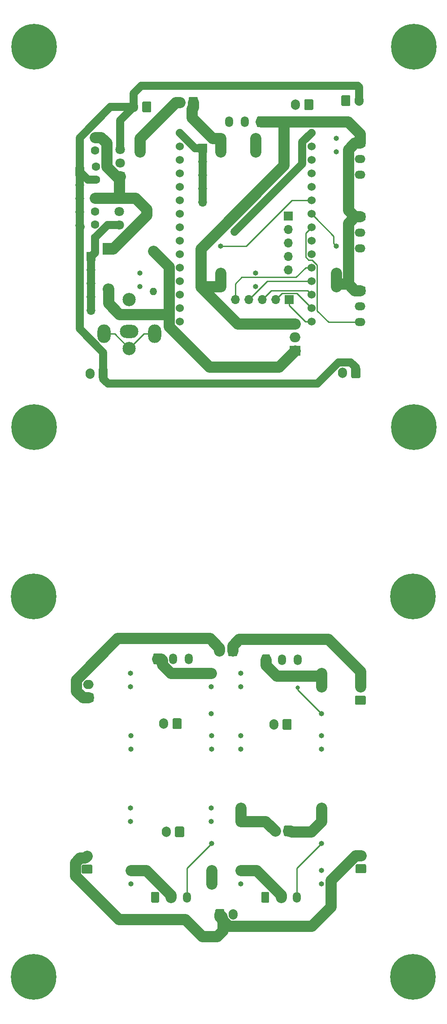
<source format=gbr>
G04 #@! TF.GenerationSoftware,KiCad,Pcbnew,5.1.5+dfsg1-2build2*
G04 #@! TF.CreationDate,2021-01-06T19:09:04+01:00*
G04 #@! TF.ProjectId,ariadne-v3-backup,61726961-646e-4652-9d76-332d6261636b,rev?*
G04 #@! TF.SameCoordinates,Original*
G04 #@! TF.FileFunction,Copper,L1,Top*
G04 #@! TF.FilePolarity,Positive*
%FSLAX46Y46*%
G04 Gerber Fmt 4.6, Leading zero omitted, Abs format (unit mm)*
G04 Created by KiCad (PCBNEW 5.1.5+dfsg1-2build2) date 2021-01-06 19:09:04*
%MOMM*%
%LPD*%
G04 APERTURE LIST*
%ADD10C,0.100000*%
%ADD11O,1.700000X2.000000*%
%ADD12O,1.500000X2.020000*%
%ADD13O,1.000000X1.000000*%
%ADD14C,1.600000*%
%ADD15C,8.600000*%
%ADD16C,0.900000*%
%ADD17O,3.500000X2.500000*%
%ADD18O,2.500000X3.500000*%
%ADD19C,2.500000*%
%ADD20R,2.200000X2.200000*%
%ADD21O,2.200000X2.200000*%
%ADD22R,1.700000X1.700000*%
%ADD23O,1.700000X1.700000*%
%ADD24R,2.000000X1.905000*%
%ADD25O,2.000000X1.905000*%
%ADD26C,1.400000*%
%ADD27O,1.400000X1.400000*%
%ADD28R,1.800000X1.800000*%
%ADD29C,1.800000*%
%ADD30C,1.524000*%
%ADD31O,2.020000X1.500000*%
%ADD32O,2.000000X1.700000*%
%ADD33C,0.800000*%
%ADD34C,2.100000*%
%ADD35C,0.250000*%
%ADD36C,1.500000*%
G04 APERTURE END LIST*
G04 #@! TA.AperFunction,ComponentPad*
D10*
G36*
X34124504Y-153171204D02*
G01*
X34148773Y-153174804D01*
X34172571Y-153180765D01*
X34195671Y-153189030D01*
X34217849Y-153199520D01*
X34238893Y-153212133D01*
X34258598Y-153226747D01*
X34276777Y-153243223D01*
X34293253Y-153261402D01*
X34307867Y-153281107D01*
X34320480Y-153302151D01*
X34330970Y-153324329D01*
X34339235Y-153347429D01*
X34345196Y-153371227D01*
X34348796Y-153395496D01*
X34350000Y-153420000D01*
X34350000Y-154920000D01*
X34348796Y-154944504D01*
X34345196Y-154968773D01*
X34339235Y-154992571D01*
X34330970Y-155015671D01*
X34320480Y-155037849D01*
X34307867Y-155058893D01*
X34293253Y-155078598D01*
X34276777Y-155096777D01*
X34258598Y-155113253D01*
X34238893Y-155127867D01*
X34217849Y-155140480D01*
X34195671Y-155150970D01*
X34172571Y-155159235D01*
X34148773Y-155165196D01*
X34124504Y-155168796D01*
X34100000Y-155170000D01*
X32900000Y-155170000D01*
X32875496Y-155168796D01*
X32851227Y-155165196D01*
X32827429Y-155159235D01*
X32804329Y-155150970D01*
X32782151Y-155140480D01*
X32761107Y-155127867D01*
X32741402Y-155113253D01*
X32723223Y-155096777D01*
X32706747Y-155078598D01*
X32692133Y-155058893D01*
X32679520Y-155037849D01*
X32669030Y-155015671D01*
X32660765Y-154992571D01*
X32654804Y-154968773D01*
X32651204Y-154944504D01*
X32650000Y-154920000D01*
X32650000Y-153420000D01*
X32651204Y-153395496D01*
X32654804Y-153371227D01*
X32660765Y-153347429D01*
X32669030Y-153324329D01*
X32679520Y-153302151D01*
X32692133Y-153281107D01*
X32706747Y-153261402D01*
X32723223Y-153243223D01*
X32741402Y-153226747D01*
X32761107Y-153212133D01*
X32782151Y-153199520D01*
X32804329Y-153189030D01*
X32827429Y-153180765D01*
X32851227Y-153174804D01*
X32875496Y-153171204D01*
X32900000Y-153170000D01*
X34100000Y-153170000D01*
X34124504Y-153171204D01*
G37*
G04 #@! TD.AperFunction*
D11*
X31000000Y-154170000D03*
G04 #@! TA.AperFunction,ComponentPad*
D10*
G36*
X50199504Y-165491204D02*
G01*
X50223773Y-165494804D01*
X50247571Y-165500765D01*
X50270671Y-165509030D01*
X50292849Y-165519520D01*
X50313893Y-165532133D01*
X50333598Y-165546747D01*
X50351777Y-165563223D01*
X50368253Y-165581402D01*
X50382867Y-165601107D01*
X50395480Y-165622151D01*
X50405970Y-165644329D01*
X50414235Y-165667429D01*
X50420196Y-165691227D01*
X50423796Y-165715496D01*
X50425000Y-165740000D01*
X50425000Y-167260000D01*
X50423796Y-167284504D01*
X50420196Y-167308773D01*
X50414235Y-167332571D01*
X50405970Y-167355671D01*
X50395480Y-167377849D01*
X50382867Y-167398893D01*
X50368253Y-167418598D01*
X50351777Y-167436777D01*
X50333598Y-167453253D01*
X50313893Y-167467867D01*
X50292849Y-167480480D01*
X50270671Y-167490970D01*
X50247571Y-167499235D01*
X50223773Y-167505196D01*
X50199504Y-167508796D01*
X50175000Y-167510000D01*
X49175000Y-167510000D01*
X49150496Y-167508796D01*
X49126227Y-167505196D01*
X49102429Y-167499235D01*
X49079329Y-167490970D01*
X49057151Y-167480480D01*
X49036107Y-167467867D01*
X49016402Y-167453253D01*
X48998223Y-167436777D01*
X48981747Y-167418598D01*
X48967133Y-167398893D01*
X48954520Y-167377849D01*
X48944030Y-167355671D01*
X48935765Y-167332571D01*
X48929804Y-167308773D01*
X48926204Y-167284504D01*
X48925000Y-167260000D01*
X48925000Y-165740000D01*
X48926204Y-165715496D01*
X48929804Y-165691227D01*
X48935765Y-165667429D01*
X48944030Y-165644329D01*
X48954520Y-165622151D01*
X48967133Y-165601107D01*
X48981747Y-165581402D01*
X48998223Y-165563223D01*
X49016402Y-165546747D01*
X49036107Y-165532133D01*
X49057151Y-165519520D01*
X49079329Y-165509030D01*
X49102429Y-165500765D01*
X49126227Y-165494804D01*
X49150496Y-165491204D01*
X49175000Y-165490000D01*
X50175000Y-165490000D01*
X50199504Y-165491204D01*
G37*
G04 #@! TD.AperFunction*
D12*
X52675000Y-166500000D03*
X55675000Y-166500000D03*
X55825000Y-121700000D03*
X52825000Y-121700000D03*
G04 #@! TA.AperFunction,ComponentPad*
D10*
G36*
X50349504Y-120691204D02*
G01*
X50373773Y-120694804D01*
X50397571Y-120700765D01*
X50420671Y-120709030D01*
X50442849Y-120719520D01*
X50463893Y-120732133D01*
X50483598Y-120746747D01*
X50501777Y-120763223D01*
X50518253Y-120781402D01*
X50532867Y-120801107D01*
X50545480Y-120822151D01*
X50555970Y-120844329D01*
X50564235Y-120867429D01*
X50570196Y-120891227D01*
X50573796Y-120915496D01*
X50575000Y-120940000D01*
X50575000Y-122460000D01*
X50573796Y-122484504D01*
X50570196Y-122508773D01*
X50564235Y-122532571D01*
X50555970Y-122555671D01*
X50545480Y-122577849D01*
X50532867Y-122598893D01*
X50518253Y-122618598D01*
X50501777Y-122636777D01*
X50483598Y-122653253D01*
X50463893Y-122667867D01*
X50442849Y-122680480D01*
X50420671Y-122690970D01*
X50397571Y-122699235D01*
X50373773Y-122705196D01*
X50349504Y-122708796D01*
X50325000Y-122710000D01*
X49325000Y-122710000D01*
X49300496Y-122708796D01*
X49276227Y-122705196D01*
X49252429Y-122699235D01*
X49229329Y-122690970D01*
X49207151Y-122680480D01*
X49186107Y-122667867D01*
X49166402Y-122653253D01*
X49148223Y-122636777D01*
X49131747Y-122618598D01*
X49117133Y-122598893D01*
X49104520Y-122577849D01*
X49094030Y-122555671D01*
X49085765Y-122532571D01*
X49079804Y-122508773D01*
X49076204Y-122484504D01*
X49075000Y-122460000D01*
X49075000Y-120940000D01*
X49076204Y-120915496D01*
X49079804Y-120891227D01*
X49085765Y-120867429D01*
X49094030Y-120844329D01*
X49104520Y-120822151D01*
X49117133Y-120801107D01*
X49131747Y-120781402D01*
X49148223Y-120763223D01*
X49166402Y-120746747D01*
X49186107Y-120732133D01*
X49207151Y-120719520D01*
X49229329Y-120709030D01*
X49252429Y-120700765D01*
X49276227Y-120694804D01*
X49300496Y-120691204D01*
X49325000Y-120690000D01*
X50325000Y-120690000D01*
X50349504Y-120691204D01*
G37*
G04 #@! TD.AperFunction*
D13*
X24255000Y-152190000D03*
X24255000Y-149650000D03*
X24255000Y-126790000D03*
X24255000Y-124250000D03*
X39495000Y-131870000D03*
X39495000Y-124250000D03*
X39495000Y-126790000D03*
X39495000Y-149650000D03*
X39495000Y-152190000D03*
D14*
X17550000Y-25725000D03*
X17550000Y-23225000D03*
X17575000Y-37225000D03*
X17575000Y-34725000D03*
X17700000Y-28750000D03*
X17700000Y-31250000D03*
X17525000Y-39650000D03*
X17525000Y-42150000D03*
D13*
X26030000Y-23410000D03*
X26030000Y-25950000D03*
X26030000Y-48810000D03*
X26030000Y-51350000D03*
X41270000Y-43730000D03*
X41270000Y-51350000D03*
X41270000Y-48810000D03*
X41270000Y-25950000D03*
X41270000Y-23410000D03*
X47855000Y-23410000D03*
X47855000Y-25950000D03*
X47855000Y-48810000D03*
X47855000Y-51350000D03*
X63095000Y-43730000D03*
X63095000Y-51350000D03*
X63095000Y-48810000D03*
X63095000Y-25950000D03*
X63095000Y-23410000D03*
X45055000Y-136060000D03*
X45055000Y-138600000D03*
X45055000Y-161460000D03*
X45055000Y-164000000D03*
X60295000Y-156380000D03*
X60295000Y-164000000D03*
X60295000Y-161460000D03*
X60295000Y-138600000D03*
X60295000Y-136060000D03*
X45055000Y-152190000D03*
X45055000Y-149650000D03*
X45055000Y-126790000D03*
X45055000Y-124250000D03*
X60295000Y-131870000D03*
X60295000Y-124250000D03*
X60295000Y-126790000D03*
X60295000Y-149650000D03*
X60295000Y-152190000D03*
X24305000Y-136060000D03*
X24305000Y-138600000D03*
X24305000Y-161460000D03*
X24305000Y-164000000D03*
X39545000Y-156380000D03*
X39545000Y-164000000D03*
X39545000Y-161460000D03*
X39545000Y-138600000D03*
X39545000Y-136060000D03*
D15*
X5900000Y-109800000D03*
D16*
X9125000Y-109800000D03*
X8180419Y-112080419D03*
X5900000Y-113025000D03*
X3619581Y-112080419D03*
X2675000Y-109800000D03*
X3619581Y-107519581D03*
X5900000Y-106575000D03*
X8180419Y-107519581D03*
X79880419Y-107519581D03*
X77600000Y-106575000D03*
X75319581Y-107519581D03*
X74375000Y-109800000D03*
X75319581Y-112080419D03*
X77600000Y-113025000D03*
X79880419Y-112080419D03*
X80825000Y-109800000D03*
D15*
X77600000Y-109800000D03*
D16*
X79880419Y-179219581D03*
X77600000Y-178275000D03*
X75319581Y-179219581D03*
X74375000Y-181500000D03*
X75319581Y-183780419D03*
X77600000Y-184725000D03*
X79880419Y-183780419D03*
X80825000Y-181500000D03*
D15*
X77600000Y-181500000D03*
D16*
X8180419Y-179219581D03*
X5900000Y-178275000D03*
X3619581Y-179219581D03*
X2675000Y-181500000D03*
X3619581Y-183780419D03*
X5900000Y-184725000D03*
X8180419Y-183780419D03*
X9125000Y-181500000D03*
D15*
X5900000Y-181500000D03*
X77700000Y-77900000D03*
D16*
X80925000Y-77900000D03*
X79980419Y-80180419D03*
X77700000Y-81125000D03*
X75419581Y-80180419D03*
X74475000Y-77900000D03*
X75419581Y-75619581D03*
X77700000Y-74675000D03*
X79980419Y-75619581D03*
D15*
X6000000Y-77900000D03*
D16*
X9225000Y-77900000D03*
X8280419Y-80180419D03*
X6000000Y-81125000D03*
X3719581Y-80180419D03*
X2775000Y-77900000D03*
X3719581Y-75619581D03*
X6000000Y-74675000D03*
X8280419Y-75619581D03*
D15*
X77700000Y-6200000D03*
D16*
X80925000Y-6200000D03*
X79980419Y-8480419D03*
X77700000Y-9425000D03*
X75419581Y-8480419D03*
X74475000Y-6200000D03*
X75419581Y-3919581D03*
X77700000Y-2975000D03*
X79980419Y-3919581D03*
X8280419Y-3919581D03*
X6000000Y-2975000D03*
X3719581Y-3919581D03*
X2775000Y-6200000D03*
X3719581Y-8480419D03*
X6000000Y-9425000D03*
X8280419Y-8480419D03*
X9225000Y-6200000D03*
D15*
X6000000Y-6200000D03*
D17*
X24000000Y-59800000D03*
D18*
X19200000Y-60300000D03*
X28800000Y-60300000D03*
D19*
X24000000Y-53800000D03*
X24000000Y-63050000D03*
D20*
X20075000Y-44225000D03*
D21*
X20075000Y-51845000D03*
D22*
X54000000Y-38100000D03*
D23*
X54000000Y-40640000D03*
X54000000Y-43180000D03*
X54000000Y-45720000D03*
X54000000Y-48260000D03*
X44015000Y-53825000D03*
X46555000Y-53825000D03*
X49095000Y-53825000D03*
X51635000Y-53825000D03*
D22*
X54175000Y-53825000D03*
X14625000Y-29700000D03*
D23*
X14625000Y-32240000D03*
X14625000Y-34780000D03*
X14625000Y-37320000D03*
X14625000Y-39860000D03*
D22*
X16800000Y-45725000D03*
D23*
X16800000Y-48265000D03*
X16800000Y-50805000D03*
X16800000Y-53345000D03*
X16800000Y-55885000D03*
X37875000Y-35460000D03*
X37875000Y-32920000D03*
X37875000Y-30380000D03*
X37875000Y-27840000D03*
D22*
X37875000Y-25300000D03*
D24*
X55325000Y-63500000D03*
D25*
X55325000Y-60960000D03*
X55325000Y-58420000D03*
D26*
X28525000Y-44675000D03*
D27*
X28525000Y-52295000D03*
G04 #@! TA.AperFunction,ComponentPad*
D10*
G36*
X54434504Y-132931204D02*
G01*
X54458773Y-132934804D01*
X54482571Y-132940765D01*
X54505671Y-132949030D01*
X54527849Y-132959520D01*
X54548893Y-132972133D01*
X54568598Y-132986747D01*
X54586777Y-133003223D01*
X54603253Y-133021402D01*
X54617867Y-133041107D01*
X54630480Y-133062151D01*
X54640970Y-133084329D01*
X54649235Y-133107429D01*
X54655196Y-133131227D01*
X54658796Y-133155496D01*
X54660000Y-133180000D01*
X54660000Y-134680000D01*
X54658796Y-134704504D01*
X54655196Y-134728773D01*
X54649235Y-134752571D01*
X54640970Y-134775671D01*
X54630480Y-134797849D01*
X54617867Y-134818893D01*
X54603253Y-134838598D01*
X54586777Y-134856777D01*
X54568598Y-134873253D01*
X54548893Y-134887867D01*
X54527849Y-134900480D01*
X54505671Y-134910970D01*
X54482571Y-134919235D01*
X54458773Y-134925196D01*
X54434504Y-134928796D01*
X54410000Y-134930000D01*
X53210000Y-134930000D01*
X53185496Y-134928796D01*
X53161227Y-134925196D01*
X53137429Y-134919235D01*
X53114329Y-134910970D01*
X53092151Y-134900480D01*
X53071107Y-134887867D01*
X53051402Y-134873253D01*
X53033223Y-134856777D01*
X53016747Y-134838598D01*
X53002133Y-134818893D01*
X52989520Y-134797849D01*
X52979030Y-134775671D01*
X52970765Y-134752571D01*
X52964804Y-134728773D01*
X52961204Y-134704504D01*
X52960000Y-134680000D01*
X52960000Y-133180000D01*
X52961204Y-133155496D01*
X52964804Y-133131227D01*
X52970765Y-133107429D01*
X52979030Y-133084329D01*
X52989520Y-133062151D01*
X53002133Y-133041107D01*
X53016747Y-133021402D01*
X53033223Y-133003223D01*
X53051402Y-132986747D01*
X53071107Y-132972133D01*
X53092151Y-132959520D01*
X53114329Y-132949030D01*
X53137429Y-132940765D01*
X53161227Y-132934804D01*
X53185496Y-132931204D01*
X53210000Y-132930000D01*
X54410000Y-132930000D01*
X54434504Y-132931204D01*
G37*
G04 #@! TD.AperFunction*
D11*
X51310000Y-133930000D03*
G04 #@! TA.AperFunction,ComponentPad*
D10*
G36*
X36704504Y-15621204D02*
G01*
X36728773Y-15624804D01*
X36752571Y-15630765D01*
X36775671Y-15639030D01*
X36797849Y-15649520D01*
X36818893Y-15662133D01*
X36838598Y-15676747D01*
X36856777Y-15693223D01*
X36873253Y-15711402D01*
X36887867Y-15731107D01*
X36900480Y-15752151D01*
X36910970Y-15774329D01*
X36919235Y-15797429D01*
X36925196Y-15821227D01*
X36928796Y-15845496D01*
X36930000Y-15870000D01*
X36930000Y-17370000D01*
X36928796Y-17394504D01*
X36925196Y-17418773D01*
X36919235Y-17442571D01*
X36910970Y-17465671D01*
X36900480Y-17487849D01*
X36887867Y-17508893D01*
X36873253Y-17528598D01*
X36856777Y-17546777D01*
X36838598Y-17563253D01*
X36818893Y-17577867D01*
X36797849Y-17590480D01*
X36775671Y-17600970D01*
X36752571Y-17609235D01*
X36728773Y-17615196D01*
X36704504Y-17618796D01*
X36680000Y-17620000D01*
X35480000Y-17620000D01*
X35455496Y-17618796D01*
X35431227Y-17615196D01*
X35407429Y-17609235D01*
X35384329Y-17600970D01*
X35362151Y-17590480D01*
X35341107Y-17577867D01*
X35321402Y-17563253D01*
X35303223Y-17546777D01*
X35286747Y-17528598D01*
X35272133Y-17508893D01*
X35259520Y-17487849D01*
X35249030Y-17465671D01*
X35240765Y-17442571D01*
X35234804Y-17418773D01*
X35231204Y-17394504D01*
X35230000Y-17370000D01*
X35230000Y-15870000D01*
X35231204Y-15845496D01*
X35234804Y-15821227D01*
X35240765Y-15797429D01*
X35249030Y-15774329D01*
X35259520Y-15752151D01*
X35272133Y-15731107D01*
X35286747Y-15711402D01*
X35303223Y-15693223D01*
X35321402Y-15676747D01*
X35341107Y-15662133D01*
X35362151Y-15649520D01*
X35384329Y-15639030D01*
X35407429Y-15630765D01*
X35431227Y-15624804D01*
X35455496Y-15621204D01*
X35480000Y-15620000D01*
X36680000Y-15620000D01*
X36704504Y-15621204D01*
G37*
G04 #@! TD.AperFunction*
D11*
X33580000Y-16620000D03*
D28*
X22275000Y-30650000D03*
D29*
X22275000Y-28110000D03*
X22275000Y-25570000D03*
X22150000Y-39805000D03*
X22150000Y-37265000D03*
D28*
X22150000Y-34725000D03*
D11*
X55390000Y-17070000D03*
G04 #@! TA.AperFunction,ComponentPad*
D10*
G36*
X58514504Y-16071204D02*
G01*
X58538773Y-16074804D01*
X58562571Y-16080765D01*
X58585671Y-16089030D01*
X58607849Y-16099520D01*
X58628893Y-16112133D01*
X58648598Y-16126747D01*
X58666777Y-16143223D01*
X58683253Y-16161402D01*
X58697867Y-16181107D01*
X58710480Y-16202151D01*
X58720970Y-16224329D01*
X58729235Y-16247429D01*
X58735196Y-16271227D01*
X58738796Y-16295496D01*
X58740000Y-16320000D01*
X58740000Y-17820000D01*
X58738796Y-17844504D01*
X58735196Y-17868773D01*
X58729235Y-17892571D01*
X58720970Y-17915671D01*
X58710480Y-17937849D01*
X58697867Y-17958893D01*
X58683253Y-17978598D01*
X58666777Y-17996777D01*
X58648598Y-18013253D01*
X58628893Y-18027867D01*
X58607849Y-18040480D01*
X58585671Y-18050970D01*
X58562571Y-18059235D01*
X58538773Y-18065196D01*
X58514504Y-18068796D01*
X58490000Y-18070000D01*
X57290000Y-18070000D01*
X57265496Y-18068796D01*
X57241227Y-18065196D01*
X57217429Y-18059235D01*
X57194329Y-18050970D01*
X57172151Y-18040480D01*
X57151107Y-18027867D01*
X57131402Y-18013253D01*
X57113223Y-17996777D01*
X57096747Y-17978598D01*
X57082133Y-17958893D01*
X57069520Y-17937849D01*
X57059030Y-17915671D01*
X57050765Y-17892571D01*
X57044804Y-17868773D01*
X57041204Y-17844504D01*
X57040000Y-17820000D01*
X57040000Y-16320000D01*
X57041204Y-16295496D01*
X57044804Y-16271227D01*
X57050765Y-16247429D01*
X57059030Y-16224329D01*
X57069520Y-16202151D01*
X57082133Y-16181107D01*
X57096747Y-16161402D01*
X57113223Y-16143223D01*
X57131402Y-16126747D01*
X57151107Y-16112133D01*
X57172151Y-16099520D01*
X57194329Y-16089030D01*
X57217429Y-16080765D01*
X57241227Y-16074804D01*
X57265496Y-16071204D01*
X57290000Y-16070000D01*
X58490000Y-16070000D01*
X58514504Y-16071204D01*
G37*
G04 #@! TD.AperFunction*
D30*
X58396000Y-57984000D03*
X58396000Y-55444000D03*
X58396000Y-52904000D03*
X58396000Y-50364000D03*
X58396000Y-47824000D03*
X58396000Y-45284000D03*
X58396000Y-42744000D03*
X58396000Y-40204000D03*
X58396000Y-37664000D03*
X58396000Y-35124000D03*
X58396000Y-32584000D03*
X58396000Y-30044000D03*
X58396000Y-27504000D03*
X58396000Y-24964000D03*
X58396000Y-24964000D03*
X58396000Y-22424000D03*
X33504000Y-22424000D03*
X33504000Y-24964000D03*
X33504000Y-27504000D03*
X33504000Y-30044000D03*
X33504000Y-32584000D03*
X33504000Y-35124000D03*
X33504000Y-37664000D03*
X33504000Y-40204000D03*
X33504000Y-42744000D03*
X33504000Y-45284000D03*
X33504000Y-47824000D03*
X33504000Y-50364000D03*
X33504000Y-52904000D03*
X33504000Y-55444000D03*
X33504000Y-57984000D03*
G04 #@! TA.AperFunction,ComponentPad*
D10*
G36*
X33644504Y-132781204D02*
G01*
X33668773Y-132784804D01*
X33692571Y-132790765D01*
X33715671Y-132799030D01*
X33737849Y-132809520D01*
X33758893Y-132822133D01*
X33778598Y-132836747D01*
X33796777Y-132853223D01*
X33813253Y-132871402D01*
X33827867Y-132891107D01*
X33840480Y-132912151D01*
X33850970Y-132934329D01*
X33859235Y-132957429D01*
X33865196Y-132981227D01*
X33868796Y-133005496D01*
X33870000Y-133030000D01*
X33870000Y-134530000D01*
X33868796Y-134554504D01*
X33865196Y-134578773D01*
X33859235Y-134602571D01*
X33850970Y-134625671D01*
X33840480Y-134647849D01*
X33827867Y-134668893D01*
X33813253Y-134688598D01*
X33796777Y-134706777D01*
X33778598Y-134723253D01*
X33758893Y-134737867D01*
X33737849Y-134750480D01*
X33715671Y-134760970D01*
X33692571Y-134769235D01*
X33668773Y-134775196D01*
X33644504Y-134778796D01*
X33620000Y-134780000D01*
X32420000Y-134780000D01*
X32395496Y-134778796D01*
X32371227Y-134775196D01*
X32347429Y-134769235D01*
X32324329Y-134760970D01*
X32302151Y-134750480D01*
X32281107Y-134737867D01*
X32261402Y-134723253D01*
X32243223Y-134706777D01*
X32226747Y-134688598D01*
X32212133Y-134668893D01*
X32199520Y-134647849D01*
X32189030Y-134625671D01*
X32180765Y-134602571D01*
X32174804Y-134578773D01*
X32171204Y-134554504D01*
X32170000Y-134530000D01*
X32170000Y-133030000D01*
X32171204Y-133005496D01*
X32174804Y-132981227D01*
X32180765Y-132957429D01*
X32189030Y-132934329D01*
X32199520Y-132912151D01*
X32212133Y-132891107D01*
X32226747Y-132871402D01*
X32243223Y-132853223D01*
X32261402Y-132836747D01*
X32281107Y-132822133D01*
X32302151Y-132809520D01*
X32324329Y-132799030D01*
X32347429Y-132790765D01*
X32371227Y-132784804D01*
X32395496Y-132781204D01*
X32420000Y-132780000D01*
X33620000Y-132780000D01*
X33644504Y-132781204D01*
G37*
G04 #@! TD.AperFunction*
D11*
X30520000Y-133780000D03*
X51560000Y-154000000D03*
G04 #@! TA.AperFunction,ComponentPad*
D10*
G36*
X54684504Y-153001204D02*
G01*
X54708773Y-153004804D01*
X54732571Y-153010765D01*
X54755671Y-153019030D01*
X54777849Y-153029520D01*
X54798893Y-153042133D01*
X54818598Y-153056747D01*
X54836777Y-153073223D01*
X54853253Y-153091402D01*
X54867867Y-153111107D01*
X54880480Y-153132151D01*
X54890970Y-153154329D01*
X54899235Y-153177429D01*
X54905196Y-153201227D01*
X54908796Y-153225496D01*
X54910000Y-153250000D01*
X54910000Y-154750000D01*
X54908796Y-154774504D01*
X54905196Y-154798773D01*
X54899235Y-154822571D01*
X54890970Y-154845671D01*
X54880480Y-154867849D01*
X54867867Y-154888893D01*
X54853253Y-154908598D01*
X54836777Y-154926777D01*
X54818598Y-154943253D01*
X54798893Y-154957867D01*
X54777849Y-154970480D01*
X54755671Y-154980970D01*
X54732571Y-154989235D01*
X54708773Y-154995196D01*
X54684504Y-154998796D01*
X54660000Y-155000000D01*
X53460000Y-155000000D01*
X53435496Y-154998796D01*
X53411227Y-154995196D01*
X53387429Y-154989235D01*
X53364329Y-154980970D01*
X53342151Y-154970480D01*
X53321107Y-154957867D01*
X53301402Y-154943253D01*
X53283223Y-154926777D01*
X53266747Y-154908598D01*
X53252133Y-154888893D01*
X53239520Y-154867849D01*
X53229030Y-154845671D01*
X53220765Y-154822571D01*
X53214804Y-154798773D01*
X53211204Y-154774504D01*
X53210000Y-154750000D01*
X53210000Y-153250000D01*
X53211204Y-153225496D01*
X53214804Y-153201227D01*
X53220765Y-153177429D01*
X53229030Y-153154329D01*
X53239520Y-153132151D01*
X53252133Y-153111107D01*
X53266747Y-153091402D01*
X53283223Y-153073223D01*
X53301402Y-153056747D01*
X53321107Y-153042133D01*
X53342151Y-153029520D01*
X53364329Y-153019030D01*
X53387429Y-153010765D01*
X53411227Y-153004804D01*
X53435496Y-153001204D01*
X53460000Y-153000000D01*
X54660000Y-153000000D01*
X54684504Y-153001204D01*
G37*
G04 #@! TD.AperFunction*
D11*
X67400000Y-16325000D03*
G04 #@! TA.AperFunction,ComponentPad*
D10*
G36*
X65524504Y-15326204D02*
G01*
X65548773Y-15329804D01*
X65572571Y-15335765D01*
X65595671Y-15344030D01*
X65617849Y-15354520D01*
X65638893Y-15367133D01*
X65658598Y-15381747D01*
X65676777Y-15398223D01*
X65693253Y-15416402D01*
X65707867Y-15436107D01*
X65720480Y-15457151D01*
X65730970Y-15479329D01*
X65739235Y-15502429D01*
X65745196Y-15526227D01*
X65748796Y-15550496D01*
X65750000Y-15575000D01*
X65750000Y-17075000D01*
X65748796Y-17099504D01*
X65745196Y-17123773D01*
X65739235Y-17147571D01*
X65730970Y-17170671D01*
X65720480Y-17192849D01*
X65707867Y-17213893D01*
X65693253Y-17233598D01*
X65676777Y-17251777D01*
X65658598Y-17268253D01*
X65638893Y-17282867D01*
X65617849Y-17295480D01*
X65595671Y-17305970D01*
X65572571Y-17314235D01*
X65548773Y-17320196D01*
X65524504Y-17323796D01*
X65500000Y-17325000D01*
X64300000Y-17325000D01*
X64275496Y-17323796D01*
X64251227Y-17320196D01*
X64227429Y-17314235D01*
X64204329Y-17305970D01*
X64182151Y-17295480D01*
X64161107Y-17282867D01*
X64141402Y-17268253D01*
X64123223Y-17251777D01*
X64106747Y-17233598D01*
X64092133Y-17213893D01*
X64079520Y-17192849D01*
X64069030Y-17170671D01*
X64060765Y-17147571D01*
X64054804Y-17123773D01*
X64051204Y-17099504D01*
X64050000Y-17075000D01*
X64050000Y-15575000D01*
X64051204Y-15550496D01*
X64054804Y-15526227D01*
X64060765Y-15502429D01*
X64069030Y-15479329D01*
X64079520Y-15457151D01*
X64092133Y-15436107D01*
X64106747Y-15416402D01*
X64123223Y-15398223D01*
X64141402Y-15381747D01*
X64161107Y-15367133D01*
X64182151Y-15354520D01*
X64204329Y-15344030D01*
X64227429Y-15335765D01*
X64251227Y-15329804D01*
X64275496Y-15326204D01*
X64300000Y-15325000D01*
X65500000Y-15325000D01*
X65524504Y-15326204D01*
G37*
G04 #@! TD.AperFunction*
D11*
X24800000Y-17500000D03*
G04 #@! TA.AperFunction,ComponentPad*
D10*
G36*
X27924504Y-16501204D02*
G01*
X27948773Y-16504804D01*
X27972571Y-16510765D01*
X27995671Y-16519030D01*
X28017849Y-16529520D01*
X28038893Y-16542133D01*
X28058598Y-16556747D01*
X28076777Y-16573223D01*
X28093253Y-16591402D01*
X28107867Y-16611107D01*
X28120480Y-16632151D01*
X28130970Y-16654329D01*
X28139235Y-16677429D01*
X28145196Y-16701227D01*
X28148796Y-16725496D01*
X28150000Y-16750000D01*
X28150000Y-18250000D01*
X28148796Y-18274504D01*
X28145196Y-18298773D01*
X28139235Y-18322571D01*
X28130970Y-18345671D01*
X28120480Y-18367849D01*
X28107867Y-18388893D01*
X28093253Y-18408598D01*
X28076777Y-18426777D01*
X28058598Y-18443253D01*
X28038893Y-18457867D01*
X28017849Y-18470480D01*
X27995671Y-18480970D01*
X27972571Y-18489235D01*
X27948773Y-18495196D01*
X27924504Y-18498796D01*
X27900000Y-18500000D01*
X26700000Y-18500000D01*
X26675496Y-18498796D01*
X26651227Y-18495196D01*
X26627429Y-18489235D01*
X26604329Y-18480970D01*
X26582151Y-18470480D01*
X26561107Y-18457867D01*
X26541402Y-18443253D01*
X26523223Y-18426777D01*
X26506747Y-18408598D01*
X26492133Y-18388893D01*
X26479520Y-18367849D01*
X26469030Y-18345671D01*
X26460765Y-18322571D01*
X26454804Y-18298773D01*
X26451204Y-18274504D01*
X26450000Y-18250000D01*
X26450000Y-16750000D01*
X26451204Y-16725496D01*
X26454804Y-16701227D01*
X26460765Y-16677429D01*
X26469030Y-16654329D01*
X26479520Y-16632151D01*
X26492133Y-16611107D01*
X26506747Y-16591402D01*
X26523223Y-16573223D01*
X26541402Y-16556747D01*
X26561107Y-16542133D01*
X26582151Y-16529520D01*
X26604329Y-16519030D01*
X26627429Y-16510765D01*
X26651227Y-16504804D01*
X26675496Y-16501204D01*
X26700000Y-16500000D01*
X27900000Y-16500000D01*
X27924504Y-16501204D01*
G37*
G04 #@! TD.AperFunction*
D31*
X67600000Y-30300000D03*
X67600000Y-27300000D03*
G04 #@! TA.AperFunction,ComponentPad*
D10*
G36*
X68384504Y-23551204D02*
G01*
X68408773Y-23554804D01*
X68432571Y-23560765D01*
X68455671Y-23569030D01*
X68477849Y-23579520D01*
X68498893Y-23592133D01*
X68518598Y-23606747D01*
X68536777Y-23623223D01*
X68553253Y-23641402D01*
X68567867Y-23661107D01*
X68580480Y-23682151D01*
X68590970Y-23704329D01*
X68599235Y-23727429D01*
X68605196Y-23751227D01*
X68608796Y-23775496D01*
X68610000Y-23800000D01*
X68610000Y-24800000D01*
X68608796Y-24824504D01*
X68605196Y-24848773D01*
X68599235Y-24872571D01*
X68590970Y-24895671D01*
X68580480Y-24917849D01*
X68567867Y-24938893D01*
X68553253Y-24958598D01*
X68536777Y-24976777D01*
X68518598Y-24993253D01*
X68498893Y-25007867D01*
X68477849Y-25020480D01*
X68455671Y-25030970D01*
X68432571Y-25039235D01*
X68408773Y-25045196D01*
X68384504Y-25048796D01*
X68360000Y-25050000D01*
X66840000Y-25050000D01*
X66815496Y-25048796D01*
X66791227Y-25045196D01*
X66767429Y-25039235D01*
X66744329Y-25030970D01*
X66722151Y-25020480D01*
X66701107Y-25007867D01*
X66681402Y-24993253D01*
X66663223Y-24976777D01*
X66646747Y-24958598D01*
X66632133Y-24938893D01*
X66619520Y-24917849D01*
X66609030Y-24895671D01*
X66600765Y-24872571D01*
X66594804Y-24848773D01*
X66591204Y-24824504D01*
X66590000Y-24800000D01*
X66590000Y-23800000D01*
X66591204Y-23775496D01*
X66594804Y-23751227D01*
X66600765Y-23727429D01*
X66609030Y-23704329D01*
X66619520Y-23682151D01*
X66632133Y-23661107D01*
X66646747Y-23641402D01*
X66663223Y-23623223D01*
X66681402Y-23606747D01*
X66701107Y-23592133D01*
X66722151Y-23579520D01*
X66744329Y-23569030D01*
X66767429Y-23560765D01*
X66791227Y-23554804D01*
X66815496Y-23551204D01*
X66840000Y-23550000D01*
X68360000Y-23550000D01*
X68384504Y-23551204D01*
G37*
G04 #@! TD.AperFunction*
G04 #@! TA.AperFunction,ComponentPad*
G36*
X29799504Y-120541204D02*
G01*
X29823773Y-120544804D01*
X29847571Y-120550765D01*
X29870671Y-120559030D01*
X29892849Y-120569520D01*
X29913893Y-120582133D01*
X29933598Y-120596747D01*
X29951777Y-120613223D01*
X29968253Y-120631402D01*
X29982867Y-120651107D01*
X29995480Y-120672151D01*
X30005970Y-120694329D01*
X30014235Y-120717429D01*
X30020196Y-120741227D01*
X30023796Y-120765496D01*
X30025000Y-120790000D01*
X30025000Y-122310000D01*
X30023796Y-122334504D01*
X30020196Y-122358773D01*
X30014235Y-122382571D01*
X30005970Y-122405671D01*
X29995480Y-122427849D01*
X29982867Y-122448893D01*
X29968253Y-122468598D01*
X29951777Y-122486777D01*
X29933598Y-122503253D01*
X29913893Y-122517867D01*
X29892849Y-122530480D01*
X29870671Y-122540970D01*
X29847571Y-122549235D01*
X29823773Y-122555196D01*
X29799504Y-122558796D01*
X29775000Y-122560000D01*
X28775000Y-122560000D01*
X28750496Y-122558796D01*
X28726227Y-122555196D01*
X28702429Y-122549235D01*
X28679329Y-122540970D01*
X28657151Y-122530480D01*
X28636107Y-122517867D01*
X28616402Y-122503253D01*
X28598223Y-122486777D01*
X28581747Y-122468598D01*
X28567133Y-122448893D01*
X28554520Y-122427849D01*
X28544030Y-122405671D01*
X28535765Y-122382571D01*
X28529804Y-122358773D01*
X28526204Y-122334504D01*
X28525000Y-122310000D01*
X28525000Y-120790000D01*
X28526204Y-120765496D01*
X28529804Y-120741227D01*
X28535765Y-120717429D01*
X28544030Y-120694329D01*
X28554520Y-120672151D01*
X28567133Y-120651107D01*
X28581747Y-120631402D01*
X28598223Y-120613223D01*
X28616402Y-120596747D01*
X28636107Y-120582133D01*
X28657151Y-120569520D01*
X28679329Y-120559030D01*
X28702429Y-120550765D01*
X28726227Y-120544804D01*
X28750496Y-120541204D01*
X28775000Y-120540000D01*
X29775000Y-120540000D01*
X29799504Y-120541204D01*
G37*
G04 #@! TD.AperFunction*
D12*
X32275000Y-121550000D03*
X35275000Y-121550000D03*
X42850000Y-20325000D03*
X45850000Y-20325000D03*
G04 #@! TA.AperFunction,ComponentPad*
D10*
G36*
X49374504Y-19316204D02*
G01*
X49398773Y-19319804D01*
X49422571Y-19325765D01*
X49445671Y-19334030D01*
X49467849Y-19344520D01*
X49488893Y-19357133D01*
X49508598Y-19371747D01*
X49526777Y-19388223D01*
X49543253Y-19406402D01*
X49557867Y-19426107D01*
X49570480Y-19447151D01*
X49580970Y-19469329D01*
X49589235Y-19492429D01*
X49595196Y-19516227D01*
X49598796Y-19540496D01*
X49600000Y-19565000D01*
X49600000Y-21085000D01*
X49598796Y-21109504D01*
X49595196Y-21133773D01*
X49589235Y-21157571D01*
X49580970Y-21180671D01*
X49570480Y-21202849D01*
X49557867Y-21223893D01*
X49543253Y-21243598D01*
X49526777Y-21261777D01*
X49508598Y-21278253D01*
X49488893Y-21292867D01*
X49467849Y-21305480D01*
X49445671Y-21315970D01*
X49422571Y-21324235D01*
X49398773Y-21330196D01*
X49374504Y-21333796D01*
X49350000Y-21335000D01*
X48350000Y-21335000D01*
X48325496Y-21333796D01*
X48301227Y-21330196D01*
X48277429Y-21324235D01*
X48254329Y-21315970D01*
X48232151Y-21305480D01*
X48211107Y-21292867D01*
X48191402Y-21278253D01*
X48173223Y-21261777D01*
X48156747Y-21243598D01*
X48142133Y-21223893D01*
X48129520Y-21202849D01*
X48119030Y-21180671D01*
X48110765Y-21157571D01*
X48104804Y-21133773D01*
X48101204Y-21109504D01*
X48100000Y-21085000D01*
X48100000Y-19565000D01*
X48101204Y-19540496D01*
X48104804Y-19516227D01*
X48110765Y-19492429D01*
X48119030Y-19469329D01*
X48129520Y-19447151D01*
X48142133Y-19426107D01*
X48156747Y-19406402D01*
X48173223Y-19388223D01*
X48191402Y-19371747D01*
X48211107Y-19357133D01*
X48232151Y-19344520D01*
X48254329Y-19334030D01*
X48277429Y-19325765D01*
X48301227Y-19319804D01*
X48325496Y-19316204D01*
X48350000Y-19315000D01*
X49350000Y-19315000D01*
X49374504Y-19316204D01*
G37*
G04 #@! TD.AperFunction*
D12*
X34875000Y-166500000D03*
X31875000Y-166500000D03*
G04 #@! TA.AperFunction,ComponentPad*
D10*
G36*
X29399504Y-165491204D02*
G01*
X29423773Y-165494804D01*
X29447571Y-165500765D01*
X29470671Y-165509030D01*
X29492849Y-165519520D01*
X29513893Y-165532133D01*
X29533598Y-165546747D01*
X29551777Y-165563223D01*
X29568253Y-165581402D01*
X29582867Y-165601107D01*
X29595480Y-165622151D01*
X29605970Y-165644329D01*
X29614235Y-165667429D01*
X29620196Y-165691227D01*
X29623796Y-165715496D01*
X29625000Y-165740000D01*
X29625000Y-167260000D01*
X29623796Y-167284504D01*
X29620196Y-167308773D01*
X29614235Y-167332571D01*
X29605970Y-167355671D01*
X29595480Y-167377849D01*
X29582867Y-167398893D01*
X29568253Y-167418598D01*
X29551777Y-167436777D01*
X29533598Y-167453253D01*
X29513893Y-167467867D01*
X29492849Y-167480480D01*
X29470671Y-167490970D01*
X29447571Y-167499235D01*
X29423773Y-167505196D01*
X29399504Y-167508796D01*
X29375000Y-167510000D01*
X28375000Y-167510000D01*
X28350496Y-167508796D01*
X28326227Y-167505196D01*
X28302429Y-167499235D01*
X28279329Y-167490970D01*
X28257151Y-167480480D01*
X28236107Y-167467867D01*
X28216402Y-167453253D01*
X28198223Y-167436777D01*
X28181747Y-167418598D01*
X28167133Y-167398893D01*
X28154520Y-167377849D01*
X28144030Y-167355671D01*
X28135765Y-167332571D01*
X28129804Y-167308773D01*
X28126204Y-167284504D01*
X28125000Y-167260000D01*
X28125000Y-165740000D01*
X28126204Y-165715496D01*
X28129804Y-165691227D01*
X28135765Y-165667429D01*
X28144030Y-165644329D01*
X28154520Y-165622151D01*
X28167133Y-165601107D01*
X28181747Y-165581402D01*
X28198223Y-165563223D01*
X28216402Y-165546747D01*
X28236107Y-165532133D01*
X28257151Y-165519520D01*
X28279329Y-165509030D01*
X28302429Y-165500765D01*
X28326227Y-165494804D01*
X28350496Y-165491204D01*
X28375000Y-165490000D01*
X29375000Y-165490000D01*
X29399504Y-165491204D01*
G37*
G04 #@! TD.AperFunction*
G04 #@! TA.AperFunction,ComponentPad*
G36*
X68384504Y-37451204D02*
G01*
X68408773Y-37454804D01*
X68432571Y-37460765D01*
X68455671Y-37469030D01*
X68477849Y-37479520D01*
X68498893Y-37492133D01*
X68518598Y-37506747D01*
X68536777Y-37523223D01*
X68553253Y-37541402D01*
X68567867Y-37561107D01*
X68580480Y-37582151D01*
X68590970Y-37604329D01*
X68599235Y-37627429D01*
X68605196Y-37651227D01*
X68608796Y-37675496D01*
X68610000Y-37700000D01*
X68610000Y-38700000D01*
X68608796Y-38724504D01*
X68605196Y-38748773D01*
X68599235Y-38772571D01*
X68590970Y-38795671D01*
X68580480Y-38817849D01*
X68567867Y-38838893D01*
X68553253Y-38858598D01*
X68536777Y-38876777D01*
X68518598Y-38893253D01*
X68498893Y-38907867D01*
X68477849Y-38920480D01*
X68455671Y-38930970D01*
X68432571Y-38939235D01*
X68408773Y-38945196D01*
X68384504Y-38948796D01*
X68360000Y-38950000D01*
X66840000Y-38950000D01*
X66815496Y-38948796D01*
X66791227Y-38945196D01*
X66767429Y-38939235D01*
X66744329Y-38930970D01*
X66722151Y-38920480D01*
X66701107Y-38907867D01*
X66681402Y-38893253D01*
X66663223Y-38876777D01*
X66646747Y-38858598D01*
X66632133Y-38838893D01*
X66619520Y-38817849D01*
X66609030Y-38795671D01*
X66600765Y-38772571D01*
X66594804Y-38748773D01*
X66591204Y-38724504D01*
X66590000Y-38700000D01*
X66590000Y-37700000D01*
X66591204Y-37675496D01*
X66594804Y-37651227D01*
X66600765Y-37627429D01*
X66609030Y-37604329D01*
X66619520Y-37582151D01*
X66632133Y-37561107D01*
X66646747Y-37541402D01*
X66663223Y-37523223D01*
X66681402Y-37506747D01*
X66701107Y-37492133D01*
X66722151Y-37479520D01*
X66744329Y-37469030D01*
X66767429Y-37460765D01*
X66791227Y-37454804D01*
X66815496Y-37451204D01*
X66840000Y-37450000D01*
X68360000Y-37450000D01*
X68384504Y-37451204D01*
G37*
G04 #@! TD.AperFunction*
D31*
X67600000Y-41200000D03*
X67600000Y-44200000D03*
G04 #@! TA.AperFunction,ComponentPad*
D10*
G36*
X68384504Y-51351204D02*
G01*
X68408773Y-51354804D01*
X68432571Y-51360765D01*
X68455671Y-51369030D01*
X68477849Y-51379520D01*
X68498893Y-51392133D01*
X68518598Y-51406747D01*
X68536777Y-51423223D01*
X68553253Y-51441402D01*
X68567867Y-51461107D01*
X68580480Y-51482151D01*
X68590970Y-51504329D01*
X68599235Y-51527429D01*
X68605196Y-51551227D01*
X68608796Y-51575496D01*
X68610000Y-51600000D01*
X68610000Y-52600000D01*
X68608796Y-52624504D01*
X68605196Y-52648773D01*
X68599235Y-52672571D01*
X68590970Y-52695671D01*
X68580480Y-52717849D01*
X68567867Y-52738893D01*
X68553253Y-52758598D01*
X68536777Y-52776777D01*
X68518598Y-52793253D01*
X68498893Y-52807867D01*
X68477849Y-52820480D01*
X68455671Y-52830970D01*
X68432571Y-52839235D01*
X68408773Y-52845196D01*
X68384504Y-52848796D01*
X68360000Y-52850000D01*
X66840000Y-52850000D01*
X66815496Y-52848796D01*
X66791227Y-52845196D01*
X66767429Y-52839235D01*
X66744329Y-52830970D01*
X66722151Y-52820480D01*
X66701107Y-52807867D01*
X66681402Y-52793253D01*
X66663223Y-52776777D01*
X66646747Y-52758598D01*
X66632133Y-52738893D01*
X66619520Y-52717849D01*
X66609030Y-52695671D01*
X66600765Y-52672571D01*
X66594804Y-52648773D01*
X66591204Y-52624504D01*
X66590000Y-52600000D01*
X66590000Y-51600000D01*
X66591204Y-51575496D01*
X66594804Y-51551227D01*
X66600765Y-51527429D01*
X66609030Y-51504329D01*
X66619520Y-51482151D01*
X66632133Y-51461107D01*
X66646747Y-51441402D01*
X66663223Y-51423223D01*
X66681402Y-51406747D01*
X66701107Y-51392133D01*
X66722151Y-51379520D01*
X66744329Y-51369030D01*
X66767429Y-51360765D01*
X66791227Y-51354804D01*
X66815496Y-51351204D01*
X66840000Y-51350000D01*
X68360000Y-51350000D01*
X68384504Y-51351204D01*
G37*
G04 #@! TD.AperFunction*
D31*
X67600000Y-55100000D03*
X67600000Y-58100000D03*
D32*
X16025000Y-158700000D03*
G04 #@! TA.AperFunction,ComponentPad*
D10*
G36*
X16799504Y-160351204D02*
G01*
X16823773Y-160354804D01*
X16847571Y-160360765D01*
X16870671Y-160369030D01*
X16892849Y-160379520D01*
X16913893Y-160392133D01*
X16933598Y-160406747D01*
X16951777Y-160423223D01*
X16968253Y-160441402D01*
X16982867Y-160461107D01*
X16995480Y-160482151D01*
X17005970Y-160504329D01*
X17014235Y-160527429D01*
X17020196Y-160551227D01*
X17023796Y-160575496D01*
X17025000Y-160600000D01*
X17025000Y-161800000D01*
X17023796Y-161824504D01*
X17020196Y-161848773D01*
X17014235Y-161872571D01*
X17005970Y-161895671D01*
X16995480Y-161917849D01*
X16982867Y-161938893D01*
X16968253Y-161958598D01*
X16951777Y-161976777D01*
X16933598Y-161993253D01*
X16913893Y-162007867D01*
X16892849Y-162020480D01*
X16870671Y-162030970D01*
X16847571Y-162039235D01*
X16823773Y-162045196D01*
X16799504Y-162048796D01*
X16775000Y-162050000D01*
X15275000Y-162050000D01*
X15250496Y-162048796D01*
X15226227Y-162045196D01*
X15202429Y-162039235D01*
X15179329Y-162030970D01*
X15157151Y-162020480D01*
X15136107Y-162007867D01*
X15116402Y-161993253D01*
X15098223Y-161976777D01*
X15081747Y-161958598D01*
X15067133Y-161938893D01*
X15054520Y-161917849D01*
X15044030Y-161895671D01*
X15035765Y-161872571D01*
X15029804Y-161848773D01*
X15026204Y-161824504D01*
X15025000Y-161800000D01*
X15025000Y-160600000D01*
X15026204Y-160575496D01*
X15029804Y-160551227D01*
X15035765Y-160527429D01*
X15044030Y-160504329D01*
X15054520Y-160482151D01*
X15067133Y-160461107D01*
X15081747Y-160441402D01*
X15098223Y-160423223D01*
X15116402Y-160406747D01*
X15136107Y-160392133D01*
X15157151Y-160379520D01*
X15179329Y-160369030D01*
X15202429Y-160360765D01*
X15226227Y-160354804D01*
X15250496Y-160351204D01*
X15275000Y-160350000D01*
X16775000Y-160350000D01*
X16799504Y-160351204D01*
G37*
G04 #@! TD.AperFunction*
G04 #@! TA.AperFunction,ComponentPad*
G36*
X68499504Y-160276204D02*
G01*
X68523773Y-160279804D01*
X68547571Y-160285765D01*
X68570671Y-160294030D01*
X68592849Y-160304520D01*
X68613893Y-160317133D01*
X68633598Y-160331747D01*
X68651777Y-160348223D01*
X68668253Y-160366402D01*
X68682867Y-160386107D01*
X68695480Y-160407151D01*
X68705970Y-160429329D01*
X68714235Y-160452429D01*
X68720196Y-160476227D01*
X68723796Y-160500496D01*
X68725000Y-160525000D01*
X68725000Y-161725000D01*
X68723796Y-161749504D01*
X68720196Y-161773773D01*
X68714235Y-161797571D01*
X68705970Y-161820671D01*
X68695480Y-161842849D01*
X68682867Y-161863893D01*
X68668253Y-161883598D01*
X68651777Y-161901777D01*
X68633598Y-161918253D01*
X68613893Y-161932867D01*
X68592849Y-161945480D01*
X68570671Y-161955970D01*
X68547571Y-161964235D01*
X68523773Y-161970196D01*
X68499504Y-161973796D01*
X68475000Y-161975000D01*
X66975000Y-161975000D01*
X66950496Y-161973796D01*
X66926227Y-161970196D01*
X66902429Y-161964235D01*
X66879329Y-161955970D01*
X66857151Y-161945480D01*
X66836107Y-161932867D01*
X66816402Y-161918253D01*
X66798223Y-161901777D01*
X66781747Y-161883598D01*
X66767133Y-161863893D01*
X66754520Y-161842849D01*
X66744030Y-161820671D01*
X66735765Y-161797571D01*
X66729804Y-161773773D01*
X66726204Y-161749504D01*
X66725000Y-161725000D01*
X66725000Y-160525000D01*
X66726204Y-160500496D01*
X66729804Y-160476227D01*
X66735765Y-160452429D01*
X66744030Y-160429329D01*
X66754520Y-160407151D01*
X66767133Y-160386107D01*
X66781747Y-160366402D01*
X66798223Y-160348223D01*
X66816402Y-160331747D01*
X66836107Y-160317133D01*
X66857151Y-160304520D01*
X66879329Y-160294030D01*
X66902429Y-160285765D01*
X66926227Y-160279804D01*
X66950496Y-160276204D01*
X66975000Y-160275000D01*
X68475000Y-160275000D01*
X68499504Y-160276204D01*
G37*
G04 #@! TD.AperFunction*
D32*
X67725000Y-158625000D03*
G04 #@! TA.AperFunction,ComponentPad*
D10*
G36*
X19699504Y-66776204D02*
G01*
X19723773Y-66779804D01*
X19747571Y-66785765D01*
X19770671Y-66794030D01*
X19792849Y-66804520D01*
X19813893Y-66817133D01*
X19833598Y-66831747D01*
X19851777Y-66848223D01*
X19868253Y-66866402D01*
X19882867Y-66886107D01*
X19895480Y-66907151D01*
X19905970Y-66929329D01*
X19914235Y-66952429D01*
X19920196Y-66976227D01*
X19923796Y-67000496D01*
X19925000Y-67025000D01*
X19925000Y-68525000D01*
X19923796Y-68549504D01*
X19920196Y-68573773D01*
X19914235Y-68597571D01*
X19905970Y-68620671D01*
X19895480Y-68642849D01*
X19882867Y-68663893D01*
X19868253Y-68683598D01*
X19851777Y-68701777D01*
X19833598Y-68718253D01*
X19813893Y-68732867D01*
X19792849Y-68745480D01*
X19770671Y-68755970D01*
X19747571Y-68764235D01*
X19723773Y-68770196D01*
X19699504Y-68773796D01*
X19675000Y-68775000D01*
X18475000Y-68775000D01*
X18450496Y-68773796D01*
X18426227Y-68770196D01*
X18402429Y-68764235D01*
X18379329Y-68755970D01*
X18357151Y-68745480D01*
X18336107Y-68732867D01*
X18316402Y-68718253D01*
X18298223Y-68701777D01*
X18281747Y-68683598D01*
X18267133Y-68663893D01*
X18254520Y-68642849D01*
X18244030Y-68620671D01*
X18235765Y-68597571D01*
X18229804Y-68573773D01*
X18226204Y-68549504D01*
X18225000Y-68525000D01*
X18225000Y-67025000D01*
X18226204Y-67000496D01*
X18229804Y-66976227D01*
X18235765Y-66952429D01*
X18244030Y-66929329D01*
X18254520Y-66907151D01*
X18267133Y-66886107D01*
X18281747Y-66866402D01*
X18298223Y-66848223D01*
X18316402Y-66831747D01*
X18336107Y-66817133D01*
X18357151Y-66804520D01*
X18379329Y-66794030D01*
X18402429Y-66785765D01*
X18426227Y-66779804D01*
X18450496Y-66776204D01*
X18475000Y-66775000D01*
X19675000Y-66775000D01*
X19699504Y-66776204D01*
G37*
G04 #@! TD.AperFunction*
D11*
X16575000Y-67775000D03*
X64275000Y-67625000D03*
G04 #@! TA.AperFunction,ComponentPad*
D10*
G36*
X67399504Y-66626204D02*
G01*
X67423773Y-66629804D01*
X67447571Y-66635765D01*
X67470671Y-66644030D01*
X67492849Y-66654520D01*
X67513893Y-66667133D01*
X67533598Y-66681747D01*
X67551777Y-66698223D01*
X67568253Y-66716402D01*
X67582867Y-66736107D01*
X67595480Y-66757151D01*
X67605970Y-66779329D01*
X67614235Y-66802429D01*
X67620196Y-66826227D01*
X67623796Y-66850496D01*
X67625000Y-66875000D01*
X67625000Y-68375000D01*
X67623796Y-68399504D01*
X67620196Y-68423773D01*
X67614235Y-68447571D01*
X67605970Y-68470671D01*
X67595480Y-68492849D01*
X67582867Y-68513893D01*
X67568253Y-68533598D01*
X67551777Y-68551777D01*
X67533598Y-68568253D01*
X67513893Y-68582867D01*
X67492849Y-68595480D01*
X67470671Y-68605970D01*
X67447571Y-68614235D01*
X67423773Y-68620196D01*
X67399504Y-68623796D01*
X67375000Y-68625000D01*
X66175000Y-68625000D01*
X66150496Y-68623796D01*
X66126227Y-68620196D01*
X66102429Y-68614235D01*
X66079329Y-68605970D01*
X66057151Y-68595480D01*
X66036107Y-68582867D01*
X66016402Y-68568253D01*
X65998223Y-68551777D01*
X65981747Y-68533598D01*
X65967133Y-68513893D01*
X65954520Y-68492849D01*
X65944030Y-68470671D01*
X65935765Y-68447571D01*
X65929804Y-68423773D01*
X65926204Y-68399504D01*
X65925000Y-68375000D01*
X65925000Y-66875000D01*
X65926204Y-66850496D01*
X65929804Y-66826227D01*
X65935765Y-66802429D01*
X65944030Y-66779329D01*
X65954520Y-66757151D01*
X65967133Y-66736107D01*
X65981747Y-66716402D01*
X65998223Y-66698223D01*
X66016402Y-66681747D01*
X66036107Y-66667133D01*
X66057151Y-66654520D01*
X66079329Y-66644030D01*
X66102429Y-66635765D01*
X66126227Y-66629804D01*
X66150496Y-66626204D01*
X66175000Y-66625000D01*
X67375000Y-66625000D01*
X67399504Y-66626204D01*
G37*
G04 #@! TD.AperFunction*
D32*
X67650000Y-126850000D03*
G04 #@! TA.AperFunction,ComponentPad*
D10*
G36*
X68424504Y-128501204D02*
G01*
X68448773Y-128504804D01*
X68472571Y-128510765D01*
X68495671Y-128519030D01*
X68517849Y-128529520D01*
X68538893Y-128542133D01*
X68558598Y-128556747D01*
X68576777Y-128573223D01*
X68593253Y-128591402D01*
X68607867Y-128611107D01*
X68620480Y-128632151D01*
X68630970Y-128654329D01*
X68639235Y-128677429D01*
X68645196Y-128701227D01*
X68648796Y-128725496D01*
X68650000Y-128750000D01*
X68650000Y-129950000D01*
X68648796Y-129974504D01*
X68645196Y-129998773D01*
X68639235Y-130022571D01*
X68630970Y-130045671D01*
X68620480Y-130067849D01*
X68607867Y-130088893D01*
X68593253Y-130108598D01*
X68576777Y-130126777D01*
X68558598Y-130143253D01*
X68538893Y-130157867D01*
X68517849Y-130170480D01*
X68495671Y-130180970D01*
X68472571Y-130189235D01*
X68448773Y-130195196D01*
X68424504Y-130198796D01*
X68400000Y-130200000D01*
X66900000Y-130200000D01*
X66875496Y-130198796D01*
X66851227Y-130195196D01*
X66827429Y-130189235D01*
X66804329Y-130180970D01*
X66782151Y-130170480D01*
X66761107Y-130157867D01*
X66741402Y-130143253D01*
X66723223Y-130126777D01*
X66706747Y-130108598D01*
X66692133Y-130088893D01*
X66679520Y-130067849D01*
X66669030Y-130045671D01*
X66660765Y-130022571D01*
X66654804Y-129998773D01*
X66651204Y-129974504D01*
X66650000Y-129950000D01*
X66650000Y-128750000D01*
X66651204Y-128725496D01*
X66654804Y-128701227D01*
X66660765Y-128677429D01*
X66669030Y-128654329D01*
X66679520Y-128632151D01*
X66692133Y-128611107D01*
X66706747Y-128591402D01*
X66723223Y-128573223D01*
X66741402Y-128556747D01*
X66761107Y-128542133D01*
X66782151Y-128529520D01*
X66804329Y-128519030D01*
X66827429Y-128510765D01*
X66851227Y-128504804D01*
X66875496Y-128501204D01*
X66900000Y-128500000D01*
X68400000Y-128500000D01*
X68424504Y-128501204D01*
G37*
G04 #@! TD.AperFunction*
G04 #@! TA.AperFunction,ComponentPad*
G36*
X41724504Y-168726204D02*
G01*
X41748773Y-168729804D01*
X41772571Y-168735765D01*
X41795671Y-168744030D01*
X41817849Y-168754520D01*
X41838893Y-168767133D01*
X41858598Y-168781747D01*
X41876777Y-168798223D01*
X41893253Y-168816402D01*
X41907867Y-168836107D01*
X41920480Y-168857151D01*
X41930970Y-168879329D01*
X41939235Y-168902429D01*
X41945196Y-168926227D01*
X41948796Y-168950496D01*
X41950000Y-168975000D01*
X41950000Y-170475000D01*
X41948796Y-170499504D01*
X41945196Y-170523773D01*
X41939235Y-170547571D01*
X41930970Y-170570671D01*
X41920480Y-170592849D01*
X41907867Y-170613893D01*
X41893253Y-170633598D01*
X41876777Y-170651777D01*
X41858598Y-170668253D01*
X41838893Y-170682867D01*
X41817849Y-170695480D01*
X41795671Y-170705970D01*
X41772571Y-170714235D01*
X41748773Y-170720196D01*
X41724504Y-170723796D01*
X41700000Y-170725000D01*
X40500000Y-170725000D01*
X40475496Y-170723796D01*
X40451227Y-170720196D01*
X40427429Y-170714235D01*
X40404329Y-170705970D01*
X40382151Y-170695480D01*
X40361107Y-170682867D01*
X40341402Y-170668253D01*
X40323223Y-170651777D01*
X40306747Y-170633598D01*
X40292133Y-170613893D01*
X40279520Y-170592849D01*
X40269030Y-170570671D01*
X40260765Y-170547571D01*
X40254804Y-170523773D01*
X40251204Y-170499504D01*
X40250000Y-170475000D01*
X40250000Y-168975000D01*
X40251204Y-168950496D01*
X40254804Y-168926227D01*
X40260765Y-168902429D01*
X40269030Y-168879329D01*
X40279520Y-168857151D01*
X40292133Y-168836107D01*
X40306747Y-168816402D01*
X40323223Y-168798223D01*
X40341402Y-168781747D01*
X40361107Y-168767133D01*
X40382151Y-168754520D01*
X40404329Y-168744030D01*
X40427429Y-168735765D01*
X40451227Y-168729804D01*
X40475496Y-168726204D01*
X40500000Y-168725000D01*
X41700000Y-168725000D01*
X41724504Y-168726204D01*
G37*
G04 #@! TD.AperFunction*
D11*
X43600000Y-169725000D03*
G04 #@! TA.AperFunction,ComponentPad*
D10*
G36*
X44149504Y-119076204D02*
G01*
X44173773Y-119079804D01*
X44197571Y-119085765D01*
X44220671Y-119094030D01*
X44242849Y-119104520D01*
X44263893Y-119117133D01*
X44283598Y-119131747D01*
X44301777Y-119148223D01*
X44318253Y-119166402D01*
X44332867Y-119186107D01*
X44345480Y-119207151D01*
X44355970Y-119229329D01*
X44364235Y-119252429D01*
X44370196Y-119276227D01*
X44373796Y-119300496D01*
X44375000Y-119325000D01*
X44375000Y-120825000D01*
X44373796Y-120849504D01*
X44370196Y-120873773D01*
X44364235Y-120897571D01*
X44355970Y-120920671D01*
X44345480Y-120942849D01*
X44332867Y-120963893D01*
X44318253Y-120983598D01*
X44301777Y-121001777D01*
X44283598Y-121018253D01*
X44263893Y-121032867D01*
X44242849Y-121045480D01*
X44220671Y-121055970D01*
X44197571Y-121064235D01*
X44173773Y-121070196D01*
X44149504Y-121073796D01*
X44125000Y-121075000D01*
X42925000Y-121075000D01*
X42900496Y-121073796D01*
X42876227Y-121070196D01*
X42852429Y-121064235D01*
X42829329Y-121055970D01*
X42807151Y-121045480D01*
X42786107Y-121032867D01*
X42766402Y-121018253D01*
X42748223Y-121001777D01*
X42731747Y-120983598D01*
X42717133Y-120963893D01*
X42704520Y-120942849D01*
X42694030Y-120920671D01*
X42685765Y-120897571D01*
X42679804Y-120873773D01*
X42676204Y-120849504D01*
X42675000Y-120825000D01*
X42675000Y-119325000D01*
X42676204Y-119300496D01*
X42679804Y-119276227D01*
X42685765Y-119252429D01*
X42694030Y-119229329D01*
X42704520Y-119207151D01*
X42717133Y-119186107D01*
X42731747Y-119166402D01*
X42748223Y-119148223D01*
X42766402Y-119131747D01*
X42786107Y-119117133D01*
X42807151Y-119104520D01*
X42829329Y-119094030D01*
X42852429Y-119085765D01*
X42876227Y-119079804D01*
X42900496Y-119076204D01*
X42925000Y-119075000D01*
X44125000Y-119075000D01*
X44149504Y-119076204D01*
G37*
G04 #@! TD.AperFunction*
D11*
X41025000Y-120075000D03*
G04 #@! TA.AperFunction,ComponentPad*
D10*
G36*
X17024504Y-128026204D02*
G01*
X17048773Y-128029804D01*
X17072571Y-128035765D01*
X17095671Y-128044030D01*
X17117849Y-128054520D01*
X17138893Y-128067133D01*
X17158598Y-128081747D01*
X17176777Y-128098223D01*
X17193253Y-128116402D01*
X17207867Y-128136107D01*
X17220480Y-128157151D01*
X17230970Y-128179329D01*
X17239235Y-128202429D01*
X17245196Y-128226227D01*
X17248796Y-128250496D01*
X17250000Y-128275000D01*
X17250000Y-129475000D01*
X17248796Y-129499504D01*
X17245196Y-129523773D01*
X17239235Y-129547571D01*
X17230970Y-129570671D01*
X17220480Y-129592849D01*
X17207867Y-129613893D01*
X17193253Y-129633598D01*
X17176777Y-129651777D01*
X17158598Y-129668253D01*
X17138893Y-129682867D01*
X17117849Y-129695480D01*
X17095671Y-129705970D01*
X17072571Y-129714235D01*
X17048773Y-129720196D01*
X17024504Y-129723796D01*
X17000000Y-129725000D01*
X15500000Y-129725000D01*
X15475496Y-129723796D01*
X15451227Y-129720196D01*
X15427429Y-129714235D01*
X15404329Y-129705970D01*
X15382151Y-129695480D01*
X15361107Y-129682867D01*
X15341402Y-129668253D01*
X15323223Y-129651777D01*
X15306747Y-129633598D01*
X15292133Y-129613893D01*
X15279520Y-129592849D01*
X15269030Y-129570671D01*
X15260765Y-129547571D01*
X15254804Y-129523773D01*
X15251204Y-129499504D01*
X15250000Y-129475000D01*
X15250000Y-128275000D01*
X15251204Y-128250496D01*
X15254804Y-128226227D01*
X15260765Y-128202429D01*
X15269030Y-128179329D01*
X15279520Y-128157151D01*
X15292133Y-128136107D01*
X15306747Y-128116402D01*
X15323223Y-128098223D01*
X15341402Y-128081747D01*
X15361107Y-128067133D01*
X15382151Y-128054520D01*
X15404329Y-128044030D01*
X15427429Y-128035765D01*
X15451227Y-128029804D01*
X15475496Y-128026204D01*
X15500000Y-128025000D01*
X17000000Y-128025000D01*
X17024504Y-128026204D01*
G37*
G04 #@! TD.AperFunction*
D32*
X16250000Y-126375000D03*
D33*
X43900000Y-41050000D03*
X55820000Y-126990000D03*
D34*
X17575000Y-34725000D02*
X22150000Y-34725000D01*
X49600000Y-20325000D02*
X48850000Y-20325000D01*
X55325000Y-58420000D02*
X44495000Y-58420000D01*
X44495000Y-58420000D02*
X37500000Y-51425000D01*
X37500000Y-51425000D02*
X37500000Y-44275000D01*
X37500000Y-44275000D02*
X53225000Y-28550000D01*
X53225000Y-20300000D02*
X49600000Y-20325000D01*
X53225000Y-28550000D02*
X53225000Y-20300000D01*
X59950000Y-20325000D02*
X53225000Y-20300000D01*
X20912002Y-44225000D02*
X27250000Y-37887002D01*
X20075000Y-44225000D02*
X20912002Y-44225000D01*
X25150000Y-34725000D02*
X22150000Y-34725000D01*
X27250000Y-36825000D02*
X25150000Y-34725000D01*
X27250000Y-37887002D02*
X27250000Y-36825000D01*
X22150000Y-30775000D02*
X22275000Y-30650000D01*
X22150000Y-34725000D02*
X22150000Y-30775000D01*
X18681370Y-23225000D02*
X17550000Y-23225000D01*
X19750001Y-24293631D02*
X18681370Y-23225000D01*
X19750001Y-28767003D02*
X19750001Y-24293631D01*
X21632998Y-30650000D02*
X19750001Y-28767003D01*
X22275000Y-30650000D02*
X21632998Y-30650000D01*
X59950000Y-20325000D02*
X65295198Y-20325000D01*
X67600000Y-22629802D02*
X67600000Y-24300000D01*
X65295198Y-20325000D02*
X67600000Y-22629802D01*
X65339990Y-36949990D02*
X66590000Y-38200000D01*
X65339990Y-25550010D02*
X65339990Y-36949990D01*
X66590000Y-24300000D02*
X65339990Y-25550010D01*
X67600000Y-24300000D02*
X66590000Y-24300000D01*
X65339990Y-39450010D02*
X65339990Y-50849990D01*
X66590000Y-38200000D02*
X65339990Y-39450010D01*
X66590000Y-52100000D02*
X67600000Y-52100000D01*
X65339990Y-50849990D02*
X66590000Y-52100000D01*
X67600000Y-38200000D02*
X66590000Y-38200000D01*
X37575000Y-51350000D02*
X41270000Y-51350000D01*
X37500000Y-51425000D02*
X37575000Y-51350000D01*
X41270000Y-51350000D02*
X41270000Y-48810000D01*
X63595010Y-50849990D02*
X63095000Y-51350000D01*
X65339990Y-50849990D02*
X63595010Y-50849990D01*
X63095000Y-51350000D02*
X63095000Y-48810000D01*
X55277500Y-63500000D02*
X55325000Y-63500000D01*
X52225000Y-66552500D02*
X55277500Y-63500000D01*
X39094738Y-66552500D02*
X52225000Y-66552500D01*
X31491999Y-58949761D02*
X39094738Y-66552500D01*
X28525000Y-44675000D02*
X31491999Y-47641999D01*
X22124999Y-56600001D02*
X30983997Y-56600001D01*
X30983997Y-56600001D02*
X31491999Y-56091999D01*
X20075000Y-54550002D02*
X22124999Y-56600001D01*
X20075000Y-51845000D02*
X20075000Y-54550002D01*
X31491999Y-56091999D02*
X31491999Y-58949761D01*
X31491999Y-47641999D02*
X31491999Y-56091999D01*
D35*
X55507369Y-49635001D02*
X45255001Y-49635001D01*
X57318370Y-47824000D02*
X55507369Y-49635001D01*
X58396000Y-47824000D02*
X57318370Y-47824000D01*
X44015000Y-50875002D02*
X44015000Y-53825000D01*
X45255001Y-49635001D02*
X44015000Y-50875002D01*
X50016000Y-50364000D02*
X58396000Y-50364000D01*
X46555000Y-53825000D02*
X50016000Y-50364000D01*
X57634001Y-52142001D02*
X58396000Y-52904000D01*
X50777999Y-52142001D02*
X57634001Y-52142001D01*
X49095000Y-53825000D02*
X50777999Y-52142001D01*
X57634001Y-54682001D02*
X58396000Y-55444000D01*
X55601999Y-52649999D02*
X57634001Y-54682001D01*
X52810001Y-52649999D02*
X55601999Y-52649999D01*
X51635000Y-53825000D02*
X52810001Y-52649999D01*
X57318370Y-57984000D02*
X58396000Y-57984000D01*
X57234000Y-57984000D02*
X57318370Y-57984000D01*
X54175000Y-54925000D02*
X57234000Y-57984000D01*
X54175000Y-53825000D02*
X54175000Y-54925000D01*
D36*
X67400000Y-13825000D02*
X67400000Y-16325000D01*
X67129999Y-13554999D02*
X67400000Y-13825000D01*
X26245001Y-13554999D02*
X67129999Y-13554999D01*
X24800000Y-15000000D02*
X26245001Y-13554999D01*
X24800000Y-17500000D02*
X24800000Y-15000000D01*
X14625000Y-39860000D02*
X14625000Y-29700000D01*
X16175000Y-31250000D02*
X14625000Y-29700000D01*
X17700000Y-31250000D02*
X16175000Y-31250000D01*
X22275000Y-20025000D02*
X24800000Y-17500000D01*
X22275000Y-25570000D02*
X22275000Y-20025000D01*
X22450000Y-17500000D02*
X24800000Y-17500000D01*
X20446559Y-17500000D02*
X22450000Y-17500000D01*
X14625000Y-23321559D02*
X20446559Y-17500000D01*
X14625000Y-29700000D02*
X14625000Y-23321559D01*
X63529412Y-65674990D02*
X59529392Y-69675010D01*
X65824990Y-65674990D02*
X63529412Y-65674990D01*
X66775000Y-66625000D02*
X65824990Y-65674990D01*
X66775000Y-67625000D02*
X66775000Y-66625000D01*
X14850000Y-40085000D02*
X14625000Y-39860000D01*
X19075000Y-68775000D02*
X19075000Y-67775000D01*
X19975010Y-69675010D02*
X19075000Y-68775000D01*
X59529392Y-69675010D02*
X19975010Y-69675010D01*
X14625000Y-41062081D02*
X14625000Y-39860000D01*
X14625000Y-59336283D02*
X14625000Y-41062081D01*
X19075000Y-63786283D02*
X14625000Y-59336283D01*
X19075000Y-67775000D02*
X19075000Y-63786283D01*
X19870000Y-39805000D02*
X17525000Y-42150000D01*
X22150000Y-39805000D02*
X19870000Y-39805000D01*
X56683999Y-28266001D02*
X43900000Y-41050000D01*
X56683999Y-24136001D02*
X56683999Y-28266001D01*
X58396000Y-22424000D02*
X56683999Y-24136001D01*
X17525000Y-45000000D02*
X16800000Y-45725000D01*
X17525000Y-42150000D02*
X17525000Y-45000000D01*
X16800000Y-45725000D02*
X16800000Y-55885000D01*
X36380000Y-25300000D02*
X33504000Y-22424000D01*
X37875000Y-25300000D02*
X36380000Y-25300000D01*
X37875000Y-25300000D02*
X37875000Y-35460000D01*
D35*
X55675000Y-161000000D02*
X60295000Y-156380000D01*
X55675000Y-166500000D02*
X55675000Y-161000000D01*
D34*
X45762106Y-161460000D02*
X45055000Y-161460000D01*
X48016336Y-161460000D02*
X45762106Y-161460000D01*
X52675000Y-166118664D02*
X48016336Y-161460000D01*
X52675000Y-166500000D02*
X52675000Y-166118664D01*
D35*
X26750000Y-60300000D02*
X24000000Y-63050000D01*
X28800000Y-60300000D02*
X26750000Y-60300000D01*
X21250000Y-60300000D02*
X24000000Y-63050000D01*
X19200000Y-60300000D02*
X21250000Y-60300000D01*
X57318370Y-35124000D02*
X58396000Y-35124000D01*
X54690998Y-35124000D02*
X57318370Y-35124000D01*
X46084998Y-43730000D02*
X54690998Y-35124000D01*
X41270000Y-43730000D02*
X46084998Y-43730000D01*
X58954000Y-27504000D02*
X58396000Y-27504000D01*
D34*
X32820000Y-16620000D02*
X26030000Y-23410000D01*
X33580000Y-16620000D02*
X32820000Y-16620000D01*
X26030000Y-23410000D02*
X26030000Y-25950000D01*
X41270000Y-25950000D02*
X41270000Y-23410000D01*
X36080000Y-17620000D02*
X36080000Y-16620000D01*
X35829999Y-17870001D02*
X36080000Y-17620000D01*
X35829999Y-19508001D02*
X35829999Y-17870001D01*
X39731998Y-23410000D02*
X35829999Y-19508001D01*
X41270000Y-23410000D02*
X39731998Y-23410000D01*
X38787894Y-124250000D02*
X39495000Y-124250000D01*
X31886559Y-124250000D02*
X38787894Y-124250000D01*
X30274990Y-121799990D02*
X30274990Y-122638431D01*
X30025000Y-121550000D02*
X30274990Y-121799990D01*
X30274990Y-122638431D02*
X31886559Y-124250000D01*
X29275000Y-121550000D02*
X30025000Y-121550000D01*
D35*
X62595001Y-41863001D02*
X59157999Y-38425999D01*
X59157999Y-38425999D02*
X58396000Y-37664000D01*
X62595001Y-43230001D02*
X62595001Y-41863001D01*
X63095000Y-43730000D02*
X62595001Y-43230001D01*
D34*
X47855000Y-25950000D02*
X47855000Y-23410000D01*
X60295000Y-126790000D02*
X60295000Y-124250000D01*
X49825000Y-122710000D02*
X49825000Y-121700000D01*
X59795001Y-124749999D02*
X51864999Y-124749999D01*
X51864999Y-124749999D02*
X49825000Y-122710000D01*
X60295000Y-124250000D02*
X59795001Y-124749999D01*
D35*
X55820000Y-127395000D02*
X55820000Y-126990000D01*
X60295000Y-131870000D02*
X55820000Y-127395000D01*
X34875000Y-161050000D02*
X39545000Y-156380000D01*
X34875000Y-166500000D02*
X34875000Y-161050000D01*
D34*
X31875000Y-166118664D02*
X31875000Y-166500000D01*
X27216336Y-161460000D02*
X31875000Y-166118664D01*
X24305000Y-161460000D02*
X27216336Y-161460000D01*
X39545000Y-164000000D02*
X39545000Y-161460000D01*
D35*
X57634001Y-40965999D02*
X58396000Y-40204000D01*
X57308999Y-41291001D02*
X57634001Y-40965999D01*
X57308999Y-45805761D02*
X57308999Y-41291001D01*
X57874239Y-46371001D02*
X57308999Y-45805761D01*
X58551763Y-46371001D02*
X57874239Y-46371001D01*
X59483001Y-47302239D02*
X58551763Y-46371001D01*
X59483001Y-55908001D02*
X59483001Y-47302239D01*
X61675000Y-58100000D02*
X59483001Y-55908001D01*
X67600000Y-58100000D02*
X61675000Y-58100000D01*
D34*
X59795001Y-152689999D02*
X60295000Y-152190000D01*
X54627999Y-154150001D02*
X58334999Y-154150001D01*
X54477998Y-154000000D02*
X54627999Y-154150001D01*
X58334999Y-154150001D02*
X59795001Y-152689999D01*
X54060000Y-154000000D02*
X54477998Y-154000000D01*
X60295000Y-152190000D02*
X60295000Y-149650000D01*
X45055000Y-149650000D02*
X45055000Y-152190000D01*
X49750000Y-152190000D02*
X51560000Y-154000000D01*
X45055000Y-152190000D02*
X49750000Y-152190000D01*
X41499990Y-170124990D02*
X41100000Y-169725000D01*
X42730148Y-171975010D02*
X41499990Y-170744852D01*
X58393792Y-171975010D02*
X42730148Y-171975010D01*
X62045001Y-168323801D02*
X58393792Y-171975010D01*
X62045001Y-163333663D02*
X62045001Y-168323801D01*
X66753664Y-158625000D02*
X62045001Y-163333663D01*
X41499990Y-170744852D02*
X41499990Y-170124990D01*
X67725000Y-158625000D02*
X66753664Y-158625000D01*
X41100000Y-170142998D02*
X41100000Y-169725000D01*
X41650001Y-170692999D02*
X41100000Y-170142998D01*
X13774990Y-162421326D02*
X21998665Y-170645001D01*
X34553799Y-170645001D02*
X37783799Y-173875001D01*
X13774990Y-159978674D02*
X13774990Y-162421326D01*
X41650001Y-172757001D02*
X41650001Y-170692999D01*
X37783799Y-173875001D02*
X40532001Y-173875001D01*
X21998665Y-170645001D02*
X34553799Y-170645001D01*
X14653674Y-159099990D02*
X13774990Y-159978674D01*
X15625010Y-159099990D02*
X14653674Y-159099990D01*
X40532001Y-173875001D02*
X41650001Y-172757001D01*
X16025000Y-158700000D02*
X15625010Y-159099990D01*
X61604999Y-117854999D02*
X67650000Y-123900000D01*
X67650000Y-123900000D02*
X67650000Y-126850000D01*
X44745001Y-117854999D02*
X61604999Y-117854999D01*
X43525000Y-119075000D02*
X44745001Y-117854999D01*
X43525000Y-120075000D02*
X43525000Y-119075000D01*
X13999990Y-127624990D02*
X15250000Y-128875000D01*
X13999990Y-125505148D02*
X13999990Y-127624990D01*
X15250000Y-128875000D02*
X16250000Y-128875000D01*
X39179801Y-117704999D02*
X21800139Y-117704999D01*
X21800139Y-117704999D02*
X13999990Y-125505148D01*
X41025000Y-119550198D02*
X39179801Y-117704999D01*
X41025000Y-120075000D02*
X41025000Y-119550198D01*
M02*

</source>
